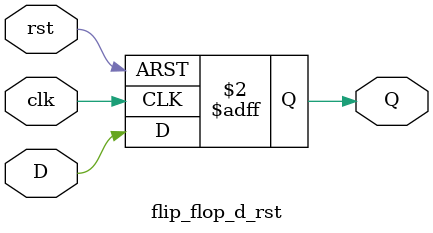
<source format=v>
module flip_flop_d_rst(
	input wire D, rst,
	input wire clk,
	output reg Q
);

always @(posedge clk or posedge rst) begin
	if(rst) Q <= 1'b0;
	else Q <= D;
end

endmodule
</source>
